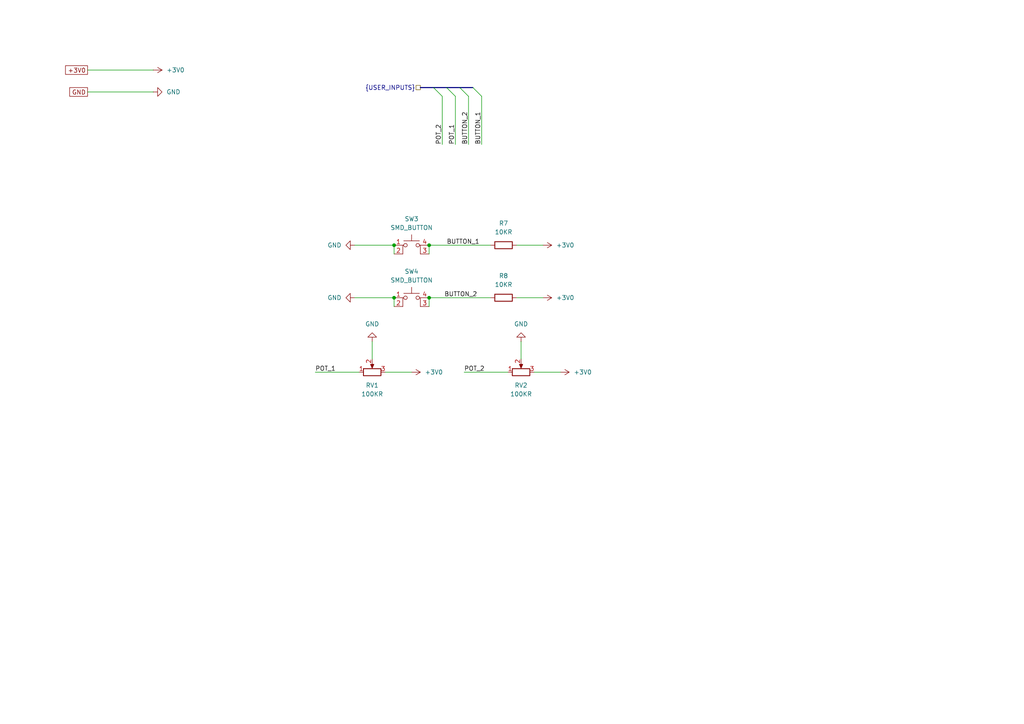
<source format=kicad_sch>
(kicad_sch (version 20250114) (generator "eeschema") (generator_version "9.0")
  (paper "A4")
  (title_block (title "Etchasketch User Interface") (date "2025-12-12") (rev "2.0") (company "github.com/AdrianTheHacker"))
  (lib_symbols
    (symbol "SMD_BUTTON_1" (pin_names (offset 1.016) (hide yes))
      (property "Reference" "SW" (at 0.635 5.715 0))
      (property "Value" "SMD_BUTTON" (at 0 -3.175 0))
      (symbol "SMD_BUTTON_1_0_1"
        (polyline (pts (xy -2.54 0) (xy -2.54 2.54) (xy -2.286 2.54)))
        (polyline (pts (xy -2.286 3.81) (xy 2.286 3.81)))
        (circle (center -1.778 2.54) (radius 0.508))
        (polyline (pts (xy 0 3.81) (xy 0 5.588)))
        (circle (center 1.778 2.54) (radius 0.508))
        (polyline (pts (xy 2.54 0) (xy 2.54 2.54) (xy 2.286 2.54)))
        (pin passive line (at -5.08 2.54 0) (length 2.54) (name "1") (number "1"))
        (pin passive line (at -5.08 0 0) (length 2.54) (name "2") (number "2"))
        (pin passive line (at 5.08 2.54 180) (length 2.54) (name "A") (number "4"))
        (pin passive line (at 5.08 0 180) (length 2.54) (name "K") (number "3"))
      )
    )
    (symbol "adrians_favs:SMD_BUTTON" (pin_names (offset 1.016) (hide yes))
      (property "Reference" "SW" (at 0.635 5.715 0))
      (property "Value" "SMD_BUTTON" (at 0 -3.175 0))
      (symbol "SMD_BUTTON_0_1"
        (polyline (pts (xy -2.54 0) (xy -2.54 2.54) (xy -2.286 2.54)))
        (polyline (pts (xy -2.286 3.81) (xy 2.286 3.81)))
        (circle (center -1.778 2.54) (radius 0.508))
        (polyline (pts (xy 0 3.81) (xy 0 5.588)))
        (circle (center 1.778 2.54) (radius 0.508))
        (polyline (pts (xy 2.54 0) (xy 2.54 2.54) (xy 2.286 2.54)))
        (pin passive line (at -5.08 2.54 0) (length 2.54) (name "1") (number "1"))
        (pin passive line (at -5.08 0 0) (length 2.54) (name "2") (number "2"))
        (pin passive line (at 5.08 2.54 180) (length 2.54) (name "A") (number "4"))
        (pin passive line (at 5.08 0 180) (length 2.54) (name "K") (number "3"))
      )
    )
    (symbol "adrians_favs:SMD_RESISTOR_0603_10KR" (pin_numbers (hide yes)) (pin_names (offset 0))
      (property "Reference" "R" (at 0 2.032 0))
      (property "Value" "10KR" (at 0 0 0))
      (symbol "SMD_RESISTOR_0603_10KR_0_1"
        (rectangle (start 2.54 -1.016) (end -2.54 1.016) (stroke (width 0.254)))
      )
      (symbol "SMD_RESISTOR_0603_10KR_1_1"
        (pin passive line (at -3.81 0 0) (length 1.27) (name "~") (number "1"))
        (pin passive line (at 3.81 0 180) (length 1.27) (name "~") (number "2"))
      )
    )
    (symbol "adrians_favs:THT_POTENTIOMETER_100KR" (pin_names (offset 1.016) (hide yes))
      (property "Reference" "RV" (at 0 -4.445 0))
      (property "Value" "100KR" (at 0 -2.54 0))
      (symbol "THT_POTENTIOMETER_100KR_0_1"
        (rectangle (start -2.54 1.016) (end 2.54 -1.016) (stroke (width 0.254)))
        (polyline (pts (xy 0 2.54) (xy 0 1.524)))
        (polyline (pts (xy 0 1.143) (xy -0.508 2.286) (xy 0.508 2.286) (xy 0 1.143)) (fill (type outline)))
      )
      (symbol "THT_POTENTIOMETER_100KR_1_1"
        (pin passive line (at -3.81 0 0) (length 1.27) (name "1") (number "1"))
        (pin passive line (at 0 3.81 270) (length 1.27) (name "2") (number "2"))
        (pin passive line (at 3.81 0 180) (length 1.27) (name "3") (number "3"))
      )
    )
    (symbol "power:+3V0" (power) (pin_numbers (hide yes)) (pin_names (offset 0) (hide yes))
      (property "Value" "+3V0" (at 0 3.556 0))
      (symbol "+3V0_0_1"
        (polyline (pts (xy -0.762 1.27) (xy 0 2.54)))
        (polyline (pts (xy 0 2.54) (xy 0.762 1.27)))
        (polyline (pts (xy 0 0) (xy 0 2.54)))
      )
      (symbol "+3V0_1_1"
        (pin power_in line (at 0 0 90) (length 0) (name "~") (number "1"))
      )
    )
    (symbol "power:GND" (power) (pin_numbers (hide yes)) (pin_names (offset 0) (hide yes))
      (property "Value" "GND" (at 0 -3.81 0))
      (symbol "GND_0_1"
        (polyline (pts (xy 0 0) (xy 0 -1.27) (xy 1.27 -1.27) (xy 0 -2.54) (xy -1.27 -1.27) (xy 0 -1.27)))
      )
      (symbol "GND_1_1"
        (pin power_in line (at 0 0 270) (length 0) (name "~") (number "1"))
      )
    )
  )
  (bus_alias "USER_INPUTS" (members "BUTTON_1" "BUTTON_2" "POT_1" "POT_2"))
  (junction (at 114.3 71.12))
  (junction (at 114.3 86.36))
  (junction (at 124.46 86.36))
  (junction (at 124.46 71.12))
  (bus_entry (at 133.35 25.4) (size 2.54 2.54))
  (bus_entry (at 137.16 25.4) (size 2.54 2.54))
  (bus_entry (at 129.54 25.4) (size 2.54 2.54))
  (bus_entry (at 125.73 25.4) (size 2.54 2.54))
  (bus (pts (xy 129.54 25.4) (xy 133.35 25.4)))
  (wire (pts (xy 111.76 107.95) (xy 119.38 107.95)))
  (wire (pts (xy 114.3 71.12) (xy 114.3 73.66)))
  (wire (pts (xy 25.4 26.67) (xy 44.45 26.67)))
  (wire (pts (xy 149.86 86.36) (xy 157.48 86.36)))
  (wire (pts (xy 128.27 27.94) (xy 128.27 41.91)))
  (wire (pts (xy 124.46 86.36) (xy 124.46 88.9)))
  (wire (pts (xy 124.46 86.36) (xy 142.24 86.36)))
  (wire (pts (xy 25.4 20.32) (xy 44.45 20.32)))
  (bus (pts (xy 133.35 25.4) (xy 137.16 25.4)))
  (wire (pts (xy 135.89 27.94) (xy 135.89 41.91)))
  (wire (pts (xy 114.3 86.36) (xy 114.3 88.9)))
  (wire (pts (xy 124.46 71.12) (xy 142.24 71.12)))
  (wire (pts (xy 102.87 86.36) (xy 114.3 86.36)))
  (wire (pts (xy 102.87 71.12) (xy 114.3 71.12)))
  (bus (pts (xy 121.92 25.4) (xy 125.73 25.4)))
  (wire (pts (xy 151.13 99.06) (xy 151.13 104.14)))
  (wire (pts (xy 91.44 107.95) (xy 104.14 107.95)))
  (wire (pts (xy 139.7 27.94) (xy 139.7 41.91)))
  (wire (pts (xy 132.08 27.94) (xy 132.08 41.91)))
  (wire (pts (xy 134.62 107.95) (xy 147.32 107.95)))
  (bus (pts (xy 125.73 25.4) (xy 129.54 25.4)))
  (wire (pts (xy 124.46 71.12) (xy 124.46 73.66)))
  (wire (pts (xy 107.95 99.06) (xy 107.95 104.14)))
  (wire (pts (xy 154.94 107.95) (xy 162.56 107.95)))
  (wire (pts (xy 149.86 71.12) (xy 157.48 71.12)))
  (label "POT_1" (at 91.44 107.95 0))
  (label "BUTTON_1" (at 139.7 41.91 90))
  (label "BUTTON_1" (at 129.54 71.12 0))
  (label "BUTTON_2" (at 138.43 86.36 180))
  (label "POT_2" (at 134.62 107.95 0))
  (label "BUTTON_2" (at 135.89 41.91 90))
  (label "POT_2" (at 128.27 41.91 90))
  (label "POT_1" (at 132.08 41.91 90))
  (global_label "+3V0" (shape passive) (at 25.4 20.32 180) (property "Intersheetrefs" "${INTERSHEET_REFS}" (effects (hide yes))))
  (global_label "GND" (shape passive) (at 25.4 26.67 180) (property "Intersheetrefs" "${INTERSHEET_REFS}" (effects (hide yes))))
  (hierarchical_label "{USER_INPUTS}" (shape passive) (at 121.92 25.4 180))
  (symbol (lib_id "power:+3V0") (at 157.48 86.36 270) (unit 1)
    (property "Reference" "#PWR054" (effects (hide yes)))
    (property "Value" "+3V0" (at 161.29 86.3599 90) (effects (justify left)))
    (property "Description" "Power symbol creates a global label with name \"+3V0\"" (effects (hide yes)))
  )
  (symbol (lib_name "SMD_BUTTON_1") (lib_id "adrians_favs:SMD_BUTTON") (at 119.38 73.66 0) (unit 1)
    (property "Reference" "SW3" (at 119.38 63.5 0))
    (property "Value" "SMD_BUTTON" (at 119.38 66.04 0))
    (property "Footprint" "adrians_favs:SMD_BUTTON" (effects (hide yes)))
    (property "Datasheet" "https://www.mouser.ca/datasheet/3/315/1/TL3301CF260QG.pdf" (effects (hide yes)))
    (property "Description" "SMD Button." (effects (hide yes)))
    (property "store" "https://mou.sr/3MCeAPf" (effects (hide yes)))
    (property "MFG" "E-Switch" (effects (hide yes)))
    (property "MFG P/N" "TL3301CF260QG" (effects (hide yes)))
    (property "Store" "https://mou.sr/3MCeAPf" (effects (hide yes)))
  )
  (symbol (lib_id "power:GND") (at 107.95 99.06 180) (unit 1)
    (property "Reference" "#PWR057" (effects (hide yes)))
    (property "Value" "GND" (at 107.95 93.98 0))
    (property "Description" "Power symbol creates a global label with name \"GND\" , ground" (effects (hide yes)))
  )
  (symbol (lib_id "power:+3V0") (at 119.38 107.95 270) (unit 1)
    (property "Reference" "#PWR058" (effects (hide yes)))
    (property "Value" "+3V0" (at 123.19 107.9499 90) (effects (justify left)))
    (property "Description" "Power symbol creates a global label with name \"+3V0\"" (effects (hide yes)))
  )
  (symbol (lib_id "adrians_favs:THT_POTENTIOMETER_100KR") (at 151.13 107.95 0) (unit 1)
    (property "Reference" "RV2" (at 151.13 111.76 0))
    (property "Value" "100KR" (at 151.13 114.3 0))
    (property "Footprint" "adrians_favs:THT_POTENTIOMETER_100KR" (effects (hide yes)))
    (property "Datasheet" "https://www.ttelectronics.com/TTElectronics/media/ProductFiles/Datasheet/P09x.pdf" (effects (hide yes)))
    (property "Description" "THT 100KΩ potentiometer." (effects (hide yes)))
    (property "Store" "https://www.digikey.ca/short/59md0mjb" (effects (hide yes)))
    (property "MFG" "TT Electronics/BI" (effects (hide yes)))
    (property "MFG P/N" "P0915N-FC15BR100K" (effects (hide yes)))
  )
  (symbol (lib_id "power:GND") (at 44.45 26.67 90) (unit 1)
    (property "Reference" "#PWR052" (effects (hide yes)))
    (property "Value" "GND" (at 48.26 26.6699 90) (effects (justify right)))
    (property "Description" "Power symbol creates a global label with name \"GND\" , ground" (effects (hide yes)))
  )
  (symbol (lib_id "power:GND") (at 102.87 86.36 270) (unit 1)
    (property "Reference" "#PWR056" (effects (hide yes)))
    (property "Value" "GND" (at 99.06 86.3599 90) (effects (justify right)))
    (property "Description" "Power symbol creates a global label with name \"GND\" , ground" (effects (hide yes)))
  )
  (symbol (lib_id "power:GND") (at 151.13 99.06 180) (unit 1)
    (property "Reference" "#PWR059" (effects (hide yes)))
    (property "Value" "GND" (at 151.13 93.98 0))
    (property "Description" "Power symbol creates a global label with name \"GND\" , ground" (effects (hide yes)))
  )
  (symbol (lib_id "power:GND") (at 102.87 71.12 270) (unit 1)
    (property "Reference" "#PWR055" (effects (hide yes)))
    (property "Value" "GND" (at 99.06 71.1199 90) (effects (justify right)))
    (property "Description" "Power symbol creates a global label with name \"GND\" , ground" (effects (hide yes)))
  )
  (symbol (lib_id "power:+3V0") (at 44.45 20.32 270) (unit 1)
    (property "Reference" "#PWR051" (effects (hide yes)))
    (property "Value" "+3V0" (at 48.26 20.3199 90) (effects (justify left)))
    (property "Description" "Power symbol creates a global label with name \"+3V0\"" (effects (hide yes)))
  )
  (symbol (lib_id "power:+3V0") (at 162.56 107.95 270) (unit 1)
    (property "Reference" "#PWR060" (effects (hide yes)))
    (property "Value" "+3V0" (at 166.37 107.9499 90) (effects (justify left)))
    (property "Description" "Power symbol creates a global label with name \"+3V0\"" (effects (hide yes)))
  )
  (symbol (lib_id "adrians_favs:THT_POTENTIOMETER_100KR") (at 107.95 107.95 0) (unit 1)
    (property "Reference" "RV1" (at 107.95 111.76 0))
    (property "Value" "100KR" (at 107.95 114.3 0))
    (property "Footprint" "adrians_favs:THT_POTENTIOMETER_100KR" (effects (hide yes)))
    (property "Datasheet" "https://www.ttelectronics.com/TTElectronics/media/ProductFiles/Datasheet/P09x.pdf" (effects (hide yes)))
    (property "Description" "THT 100KΩ potentiometer." (effects (hide yes)))
    (property "Store" "https://www.digikey.ca/short/59md0mjb" (effects (hide yes)))
    (property "MFG" "TT Electronics/BI" (effects (hide yes)))
    (property "MFG P/N" "P0915N-FC15BR100K" (effects (hide yes)))
  )
  (symbol (lib_id "adrians_favs:SMD_RESISTOR_0603_10KR") (at 146.05 71.12 0) (unit 1)
    (property "Reference" "R7" (at 146.05 64.77 0))
    (property "Value" "10KR" (at 146.05 67.31 0))
    (property "Footprint" "adrians_favs:SMD_RESISTOR_0603" (effects (hide yes)))
    (property "Datasheet" "https://www.vishay.com/docs/20037/rcae3.pdf" (effects (hide yes)))
    (property "Description" "SMD 10KΩ resistor in 0603 form-factor." (effects (hide yes)))
    (property "Store" "https://mou.sr/4iWw44S" (effects (hide yes)))
    (property "MFG" "Vishay / Draloric" (effects (hide yes)))
    (property "MFG P/N" "RCA060310K0JNEA" (effects (hide yes)))
  )
  (symbol (lib_id "adrians_favs:SMD_BUTTON") (at 119.38 88.9 0) (unit 1)
    (property "Reference" "SW4" (at 119.38 78.74 0))
    (property "Value" "SMD_BUTTON" (at 119.38 81.28 0))
    (property "Footprint" "adrians_favs:SMD_BUTTON" (effects (hide yes)))
    (property "Datasheet" "https://www.mouser.ca/datasheet/3/315/1/TL3301CF260QG.pdf" (effects (hide yes)))
    (property "Description" "SMD Button." (effects (hide yes)))
    (property "store" "https://mou.sr/3MCeAPf" (effects (hide yes)))
    (property "MFG" "E-Switch" (effects (hide yes)))
    (property "MFG P/N" "TL3301CF260QG" (effects (hide yes)))
    (property "Store" "https://mou.sr/3MCeAPf" (effects (hide yes)))
  )
  (symbol (lib_id "power:+3V0") (at 157.48 71.12 270) (unit 1)
    (property "Reference" "#PWR053" (effects (hide yes)))
    (property "Value" "+3V0" (at 161.29 71.1199 90) (effects (justify left)))
    (property "Description" "Power symbol creates a global label with name \"+3V0\"" (effects (hide yes)))
  )
  (symbol (lib_id "adrians_favs:SMD_RESISTOR_0603_10KR") (at 146.05 86.36 0) (unit 1)
    (property "Reference" "R8" (at 146.05 80.01 0))
    (property "Value" "10KR" (at 146.05 82.55 0))
    (property "Footprint" "adrians_favs:SMD_RESISTOR_0603" (effects (hide yes)))
    (property "Datasheet" "https://www.vishay.com/docs/20037/rcae3.pdf" (effects (hide yes)))
    (property "Description" "SMD 10KΩ resistor in 0603 form-factor." (effects (hide yes)))
    (property "Store" "https://mou.sr/4iWw44S" (effects (hide yes)))
    (property "MFG" "Vishay / Draloric" (effects (hide yes)))
    (property "MFG P/N" "RCA060310K0JNEA" (effects (hide yes)))
  )
)
</source>
